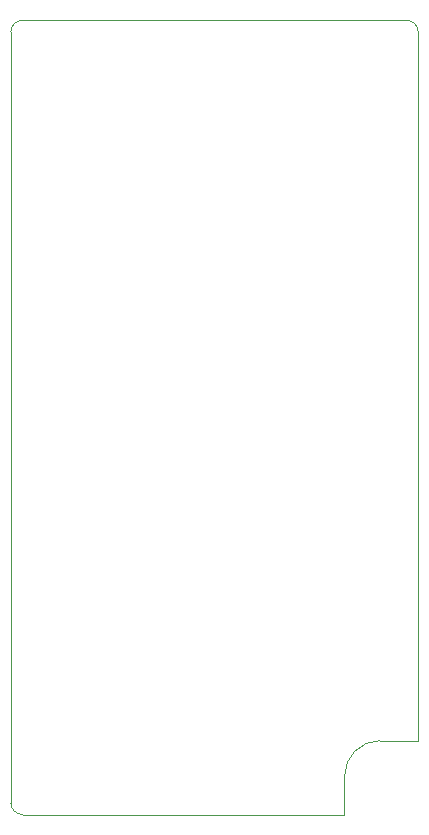
<source format=gm1>
G04 #@! TF.FileFunction,Profile,NP*
%FSLAX46Y46*%
G04 Gerber Fmt 4.6, Leading zero omitted, Abs format (unit mm)*
G04 Created by KiCad (PCBNEW (2015-11-03 BZR 6296)-product) date Tuesday, November 17, 2015 'PMt' 04:43:17 PM*
%MOMM*%
G01*
G04 APERTURE LIST*
%ADD10C,0.100000*%
G04 APERTURE END LIST*
D10*
X181000000Y-62250000D02*
G75*
G03X180000000Y-63250000I0J-1000000D01*
G01*
X211250000Y-123250000D02*
G75*
G03X208250000Y-126250000I0J-3000000D01*
G01*
X214500000Y-123250000D02*
X211250000Y-123250000D01*
X208250000Y-129500000D02*
X208250000Y-126250000D01*
X180000000Y-128500000D02*
G75*
G03X181000000Y-129500000I1000000J0D01*
G01*
X214500000Y-63250000D02*
G75*
G03X213500000Y-62250000I-1000000J0D01*
G01*
X214500000Y-63250000D02*
X214500000Y-123250000D01*
X180000000Y-63250000D02*
X180000000Y-128500000D01*
X181000000Y-129500000D02*
X208250000Y-129500000D01*
X181000000Y-62250000D02*
X213500000Y-62250000D01*
M02*

</source>
